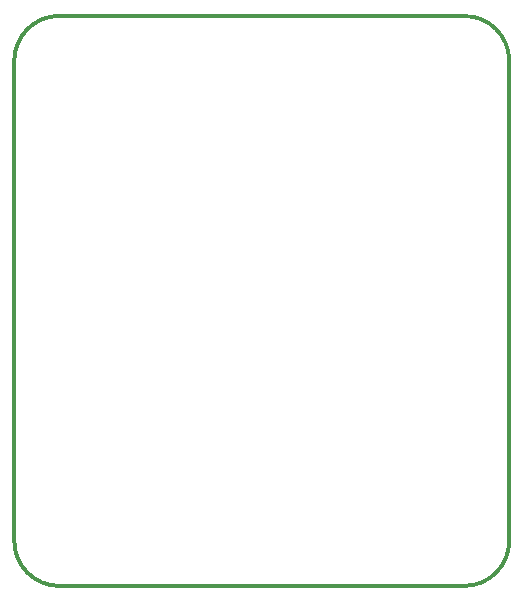
<source format=gm1>
G04 #@! TF.FileFunction,Profile,NP*
%FSLAX46Y46*%
G04 Gerber Fmt 4.6, Leading zero omitted, Abs format (unit mm)*
G04 Created by KiCad (PCBNEW 4.0.5) date *
%MOMM*%
%LPD*%
G01*
G04 APERTURE LIST*
%ADD10C,0.100000*%
%ADD11C,0.300000*%
G04 APERTURE END LIST*
D10*
D11*
X67310000Y-29210000D02*
G75*
G03X63500000Y-25400000I-3810000J0D01*
G01*
X63500000Y-73660000D02*
G75*
G03X67310000Y-69850000I0J3810000D01*
G01*
X25400000Y-69850000D02*
G75*
G03X29210000Y-73660000I3810000J0D01*
G01*
X25400000Y-69850000D02*
X25400000Y-29210000D01*
X63500000Y-73660000D02*
X29210000Y-73660000D01*
X67310000Y-29210000D02*
X67310000Y-69850000D01*
X29210000Y-25400000D02*
X63500000Y-25400000D01*
X29210000Y-25400000D02*
G75*
G03X25400000Y-29210000I0J-3810000D01*
G01*
M02*

</source>
